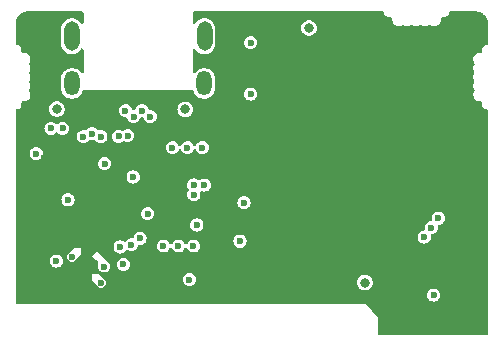
<source format=gbr>
%TF.GenerationSoftware,KiCad,Pcbnew,7.0.10*%
%TF.CreationDate,2024-04-07T01:49:58-04:00*%
%TF.ProjectId,pixie-rev-4,70697869-652d-4726-9576-2d342e6b6963,rev?*%
%TF.SameCoordinates,Original*%
%TF.FileFunction,Copper,L2,Inr*%
%TF.FilePolarity,Positive*%
%FSLAX46Y46*%
G04 Gerber Fmt 4.6, Leading zero omitted, Abs format (unit mm)*
G04 Created by KiCad (PCBNEW 7.0.10) date 2024-04-07 01:49:58*
%MOMM*%
%LPD*%
G01*
G04 APERTURE LIST*
%TA.AperFunction,ComponentPad*%
%ADD10O,1.300000X2.100000*%
%TD*%
%TA.AperFunction,ComponentPad*%
%ADD11O,1.300000X2.500000*%
%TD*%
%TA.AperFunction,ComponentPad*%
%ADD12R,0.900000X0.500000*%
%TD*%
%TA.AperFunction,ViaPad*%
%ADD13C,0.600000*%
%TD*%
%TA.AperFunction,ViaPad*%
%ADD14C,0.808000*%
%TD*%
G04 APERTURE END LIST*
D10*
%TO.N,unconnected-(J1-SHEILD-PadS1)*%
%TO.C,J1*%
X115980000Y-76100000D03*
D11*
%TO.N,unconnected-(J1-SHEILD-PadS2)*%
X116000000Y-72100000D03*
D10*
%TO.N,unconnected-(J1-SHEILD-PadS3)*%
X104780000Y-76100000D03*
D11*
%TO.N,unconnected-(J1-SHEILD-PadS4)*%
X104760000Y-72100000D03*
%TD*%
D12*
%TO.N,GND*%
%TO.C,AE1*%
X101500000Y-94550000D03*
%TD*%
D13*
%TO.N,GND*%
X105050000Y-82750000D03*
X105250000Y-91425000D03*
X101450000Y-83850000D03*
D14*
X128500000Y-72300000D03*
D13*
X114500000Y-94500000D03*
X100500000Y-92800000D03*
X102380498Y-78950000D03*
X116525500Y-90550000D03*
X120500000Y-79200000D03*
X100500000Y-89400000D03*
X117650000Y-90800000D03*
X100500000Y-87700000D03*
X104650000Y-83500000D03*
X132050000Y-88500000D03*
X100500000Y-80900000D03*
X106700000Y-91325000D03*
X105600000Y-94500000D03*
X115600000Y-94500000D03*
X108325000Y-87825000D03*
X139500000Y-96500000D03*
X102300000Y-93700000D03*
X113410000Y-80700000D03*
X138299999Y-70500000D03*
X107300000Y-85050000D03*
X102350000Y-83950000D03*
X139500000Y-83000000D03*
X100500000Y-91100000D03*
X120850000Y-83350000D03*
X106400000Y-77280000D03*
X102800000Y-89500000D03*
X131700000Y-92800000D03*
X111220000Y-90280000D03*
X110075000Y-94500000D03*
X113400000Y-94500000D03*
X118800000Y-83900000D03*
X101800000Y-89500000D03*
X104360000Y-91560000D03*
X101275000Y-88700000D03*
X108650000Y-92150000D03*
X118900000Y-87350000D03*
X100500000Y-93700000D03*
X104525000Y-92625000D03*
X103600000Y-92900000D03*
X105225000Y-92150000D03*
X102900000Y-84800000D03*
X139500000Y-94000000D03*
X106400000Y-86975000D03*
X118750000Y-82300000D03*
X100500000Y-86000000D03*
X128000000Y-78450000D03*
X116700000Y-94500000D03*
X102435500Y-81400000D03*
X128250000Y-83300000D03*
X104500000Y-94500000D03*
X100518219Y-94527124D03*
X107825000Y-92400000D03*
X108900000Y-94500000D03*
X107240000Y-92960000D03*
X102410355Y-82405576D03*
X108057133Y-89914906D03*
X104850000Y-81150000D03*
X105400000Y-83950000D03*
X104750000Y-81950000D03*
X125150000Y-90450000D03*
X103600000Y-85150000D03*
X111200000Y-93500000D03*
X126400000Y-94500000D03*
X130650000Y-72450000D03*
X105950000Y-93900000D03*
X103000000Y-93600000D03*
X100500000Y-84300000D03*
X107300000Y-85925000D03*
X124150000Y-75050000D03*
X102500000Y-90700000D03*
X120600000Y-70500000D03*
X104800000Y-74200000D03*
X107275000Y-86950000D03*
X106700000Y-94500000D03*
X116450000Y-79750000D03*
X108700000Y-93300000D03*
X139500000Y-72400000D03*
X125900000Y-70500000D03*
D14*
X118400000Y-71400000D03*
D13*
X130500000Y-82000000D03*
X111200000Y-94500000D03*
X124900000Y-83500000D03*
X127250000Y-86500000D03*
X101400000Y-93700000D03*
X109175000Y-85925000D03*
X120800000Y-91550000D03*
X114730000Y-80330000D03*
X102380498Y-80450000D03*
X115100000Y-87025000D03*
X100500000Y-70700000D03*
X105300000Y-89500000D03*
X135550000Y-92050000D03*
X129300000Y-91300000D03*
X107500000Y-91600000D03*
X124550000Y-79350000D03*
X119900000Y-94500000D03*
X118500000Y-92200000D03*
X111850000Y-84025000D03*
X109900000Y-92700000D03*
X123000000Y-91400000D03*
X139500000Y-90000000D03*
X102600000Y-94429978D03*
X103400000Y-70500000D03*
X108300000Y-85925000D03*
X116600000Y-77500000D03*
X106400000Y-85925000D03*
X112600000Y-87025000D03*
X132050000Y-95500000D03*
X111274204Y-81816717D03*
X130500000Y-74500000D03*
X104760000Y-90780000D03*
X116650000Y-81250000D03*
X124800000Y-88400000D03*
X109175000Y-86950000D03*
D14*
X126350000Y-92950000D03*
D13*
X103500000Y-88800000D03*
X121900000Y-73100000D03*
X115650000Y-79200000D03*
X104100000Y-82800000D03*
X123200000Y-86300000D03*
X120900000Y-87400000D03*
X112300000Y-94500000D03*
X116100000Y-93800000D03*
X105100000Y-79850000D03*
X105050000Y-94100000D03*
X103500000Y-81500000D03*
X106550000Y-93425000D03*
X117100000Y-74000000D03*
X113900000Y-87025000D03*
X114380000Y-77280000D03*
X108300000Y-85050000D03*
X105300000Y-88870000D03*
X119300000Y-75300000D03*
X130100000Y-70500000D03*
X113500000Y-84025000D03*
X116550000Y-86300000D03*
X107800000Y-94500000D03*
X128250000Y-88200000D03*
X139500000Y-87000000D03*
X108300000Y-86975000D03*
X103700000Y-86100000D03*
X139500000Y-80000000D03*
%TO.N,/SW_4*%
X135400000Y-94000000D03*
X108859122Y-89940878D03*
D14*
%TO.N,/PIXEL*%
X124850000Y-71400000D03*
D13*
X115100000Y-84700000D03*
%TO.N,/SW_3*%
X119000000Y-89450000D03*
X134600000Y-89100000D03*
D14*
%TO.N,5V*%
X129580000Y-92950000D03*
X103500000Y-78270000D03*
X114375000Y-78300000D03*
D13*
%TO.N,3V3*%
X111179617Y-87124045D03*
X109960000Y-84020000D03*
X109125000Y-91425000D03*
X110545000Y-89200000D03*
X103450000Y-91125000D03*
%TO.N,/MCU/CHIP_PU*%
X114720000Y-92700000D03*
X109800000Y-89750000D03*
%TO.N,/Power/USB_D+*%
X110700000Y-78400000D03*
X109300000Y-78400000D03*
X103000000Y-79900000D03*
%TO.N,/Power/USB_D-*%
X110000000Y-78900000D03*
X111400000Y-78900000D03*
X104000000Y-79900000D03*
%TO.N,/MCU/DISP_DC*%
X119350000Y-86200000D03*
X115350000Y-88083128D03*
%TO.N,/MCU/FLASH_CS0*%
X112515500Y-89850000D03*
X107550000Y-82875000D03*
%TO.N,/MCU/FLASH_IO0*%
X106475000Y-80340000D03*
X115805000Y-81530000D03*
%TO.N,/MCU/FLASH_IO2*%
X108720000Y-80580000D03*
X115055500Y-89850000D03*
%TO.N,/MCU/FLASH_CLK*%
X114550000Y-81525000D03*
X107225000Y-80610000D03*
%TO.N,/MCU/FLASH_IO1*%
X113785500Y-89850000D03*
X105730000Y-80610000D03*
%TO.N,/MCU/FLASH_IO3*%
X109480000Y-80521770D03*
X113275000Y-81540000D03*
%TO.N,Net-(J2-LEDK)*%
X119900000Y-72650000D03*
X119900000Y-77000000D03*
%TO.N,Net-(U4-U0TXD{slash}GPIO21)*%
X101750000Y-82050000D03*
X104450000Y-85950000D03*
%TO.N,/MCU/SW_1*%
X135800000Y-87500000D03*
X115975000Y-84700000D03*
%TO.N,/MCU/SW_2*%
X135200000Y-88300000D03*
X115100000Y-85500000D03*
%TD*%
%TA.AperFunction,Conductor*%
%TO.N,GND*%
G36*
X105701621Y-70020502D02*
G01*
X105748114Y-70074158D01*
X105759500Y-70126500D01*
X105759500Y-70951947D01*
X105739498Y-71020068D01*
X105685842Y-71066561D01*
X105615568Y-71076665D01*
X105550988Y-71047171D01*
X105524381Y-71014948D01*
X105518925Y-71005498D01*
X105495786Y-70965420D01*
X105368562Y-70824123D01*
X105252862Y-70740062D01*
X105214741Y-70712365D01*
X105041045Y-70635031D01*
X104855067Y-70595500D01*
X104664933Y-70595500D01*
X104478954Y-70635031D01*
X104305258Y-70712365D01*
X104151438Y-70824122D01*
X104024215Y-70965418D01*
X104024214Y-70965420D01*
X104001075Y-71005498D01*
X103929148Y-71130077D01*
X103870391Y-71310908D01*
X103855500Y-71452593D01*
X103855500Y-72747406D01*
X103870391Y-72889091D01*
X103929148Y-73069922D01*
X103941885Y-73091982D01*
X104024214Y-73234580D01*
X104151438Y-73375877D01*
X104305259Y-73487635D01*
X104478955Y-73564969D01*
X104664933Y-73604500D01*
X104855067Y-73604500D01*
X105041045Y-73564969D01*
X105214741Y-73487635D01*
X105368562Y-73375877D01*
X105495786Y-73234580D01*
X105524381Y-73185051D01*
X105575764Y-73136059D01*
X105645477Y-73122623D01*
X105711388Y-73149009D01*
X105752570Y-73206842D01*
X105759500Y-73248052D01*
X105759500Y-75117306D01*
X105739498Y-75185427D01*
X105685842Y-75231920D01*
X105615568Y-75242024D01*
X105550988Y-75212530D01*
X105524382Y-75180309D01*
X105515786Y-75165420D01*
X105388562Y-75024123D01*
X105336207Y-74986085D01*
X105234741Y-74912365D01*
X105061045Y-74835031D01*
X104875067Y-74795500D01*
X104684933Y-74795500D01*
X104498954Y-74835031D01*
X104325258Y-74912365D01*
X104171438Y-75024122D01*
X104044215Y-75165418D01*
X104044214Y-75165420D01*
X104035618Y-75180309D01*
X103949148Y-75330077D01*
X103890391Y-75510908D01*
X103875500Y-75652593D01*
X103875500Y-76547406D01*
X103890391Y-76689091D01*
X103910552Y-76751139D01*
X103949147Y-76869920D01*
X104044214Y-77034580D01*
X104171438Y-77175877D01*
X104325259Y-77287635D01*
X104498955Y-77364969D01*
X104684933Y-77404500D01*
X104875067Y-77404500D01*
X105061045Y-77364969D01*
X105234741Y-77287635D01*
X105388562Y-77175877D01*
X105515786Y-77034580D01*
X105610853Y-76869920D01*
X105653848Y-76737594D01*
X105693922Y-76678989D01*
X105737176Y-76660709D01*
X105736924Y-76660098D01*
X105736982Y-76660074D01*
X105740186Y-76659437D01*
X105759318Y-76651352D01*
X105773604Y-76650531D01*
X105785023Y-76650524D01*
X105785023Y-76650526D01*
X105785158Y-76650500D01*
X114974842Y-76650500D01*
X114974976Y-76650526D01*
X114974977Y-76650524D01*
X114986395Y-76650531D01*
X115010095Y-76657505D01*
X115023018Y-76660074D01*
X115023076Y-76660098D01*
X115022623Y-76661192D01*
X115054504Y-76670575D01*
X115100964Y-76724259D01*
X115106151Y-76737594D01*
X115110552Y-76751139D01*
X115149147Y-76869920D01*
X115244214Y-77034580D01*
X115371438Y-77175877D01*
X115525259Y-77287635D01*
X115698955Y-77364969D01*
X115884933Y-77404500D01*
X116075067Y-77404500D01*
X116261045Y-77364969D01*
X116434741Y-77287635D01*
X116588562Y-77175877D01*
X116715786Y-77034580D01*
X116735751Y-77000000D01*
X119340715Y-77000000D01*
X119359771Y-77144752D01*
X119415644Y-77279641D01*
X119415649Y-77279649D01*
X119504525Y-77395474D01*
X119616042Y-77481044D01*
X119620357Y-77484355D01*
X119755246Y-77540228D01*
X119900000Y-77559285D01*
X120044754Y-77540228D01*
X120179643Y-77484355D01*
X120295474Y-77395474D01*
X120384355Y-77279643D01*
X120440228Y-77144754D01*
X120459285Y-77000000D01*
X120440228Y-76855246D01*
X120384355Y-76720358D01*
X120295474Y-76604526D01*
X120295472Y-76604524D01*
X120295471Y-76604523D01*
X120179649Y-76515649D01*
X120179641Y-76515644D01*
X120044752Y-76459771D01*
X119900000Y-76440715D01*
X119755247Y-76459771D01*
X119691721Y-76486085D01*
X119620358Y-76515645D01*
X119620357Y-76515646D01*
X119620356Y-76515646D01*
X119504526Y-76604526D01*
X119415646Y-76720356D01*
X119415645Y-76720358D01*
X119402895Y-76751139D01*
X119359771Y-76855247D01*
X119340715Y-76999999D01*
X119340715Y-77000000D01*
X116735751Y-77000000D01*
X116810853Y-76869920D01*
X116869608Y-76689092D01*
X116884500Y-76547401D01*
X116884500Y-75652599D01*
X116869608Y-75510908D01*
X116810853Y-75330080D01*
X116715786Y-75165420D01*
X116588562Y-75024123D01*
X116536207Y-74986085D01*
X116434741Y-74912365D01*
X116261045Y-74835031D01*
X116075067Y-74795500D01*
X115884933Y-74795500D01*
X115698954Y-74835031D01*
X115525258Y-74912365D01*
X115371438Y-75024122D01*
X115244215Y-75165418D01*
X115244214Y-75165420D01*
X115235618Y-75180309D01*
X115184234Y-75229301D01*
X115114520Y-75242735D01*
X115048609Y-75216347D01*
X115007429Y-75158514D01*
X115000500Y-75117306D01*
X115000500Y-73248052D01*
X115020502Y-73179931D01*
X115074158Y-73133438D01*
X115144432Y-73123334D01*
X115209012Y-73152828D01*
X115235618Y-73185051D01*
X115264214Y-73234580D01*
X115391438Y-73375877D01*
X115545259Y-73487635D01*
X115718955Y-73564969D01*
X115904933Y-73604500D01*
X116095067Y-73604500D01*
X116281045Y-73564969D01*
X116454741Y-73487635D01*
X116608562Y-73375877D01*
X116735786Y-73234580D01*
X116830853Y-73069920D01*
X116889608Y-72889092D01*
X116904500Y-72747401D01*
X116904500Y-72650000D01*
X119340715Y-72650000D01*
X119359771Y-72794752D01*
X119415644Y-72929641D01*
X119415649Y-72929649D01*
X119504525Y-73045474D01*
X119620350Y-73134350D01*
X119620357Y-73134355D01*
X119755246Y-73190228D01*
X119900000Y-73209285D01*
X120044754Y-73190228D01*
X120179643Y-73134355D01*
X120295474Y-73045474D01*
X120384355Y-72929643D01*
X120440228Y-72794754D01*
X120459285Y-72650000D01*
X120440228Y-72505246D01*
X120384355Y-72370358D01*
X120295474Y-72254526D01*
X120295472Y-72254524D01*
X120295471Y-72254523D01*
X120179649Y-72165649D01*
X120179641Y-72165644D01*
X120044752Y-72109771D01*
X119900000Y-72090715D01*
X119755247Y-72109771D01*
X119687802Y-72137708D01*
X119620358Y-72165645D01*
X119620357Y-72165646D01*
X119620356Y-72165646D01*
X119504526Y-72254526D01*
X119415646Y-72370356D01*
X119415645Y-72370358D01*
X119387708Y-72437802D01*
X119359771Y-72505247D01*
X119340715Y-72649999D01*
X119340715Y-72650000D01*
X116904500Y-72650000D01*
X116904500Y-71452599D01*
X116898972Y-71400002D01*
X124186664Y-71400002D01*
X124205937Y-71558742D01*
X124205938Y-71558746D01*
X124262644Y-71708265D01*
X124262647Y-71708271D01*
X124353484Y-71839871D01*
X124353485Y-71839872D01*
X124353486Y-71839873D01*
X124473182Y-71945915D01*
X124614778Y-72020230D01*
X124770044Y-72058500D01*
X124770045Y-72058500D01*
X124929955Y-72058500D01*
X124929956Y-72058500D01*
X125085222Y-72020230D01*
X125226818Y-71945915D01*
X125346514Y-71839873D01*
X125437355Y-71708268D01*
X125494061Y-71558747D01*
X125506950Y-71452599D01*
X125513336Y-71400002D01*
X125513336Y-71399997D01*
X125494062Y-71241257D01*
X125494061Y-71241253D01*
X125468851Y-71174780D01*
X125437355Y-71091732D01*
X125387889Y-71020068D01*
X125346515Y-70960128D01*
X125226817Y-70854084D01*
X125226813Y-70854082D01*
X125085220Y-70779769D01*
X124929957Y-70741500D01*
X124929956Y-70741500D01*
X124770044Y-70741500D01*
X124770042Y-70741500D01*
X124614779Y-70779769D01*
X124473186Y-70854082D01*
X124473182Y-70854084D01*
X124353484Y-70960128D01*
X124262647Y-71091728D01*
X124262644Y-71091734D01*
X124205938Y-71241253D01*
X124205937Y-71241257D01*
X124186664Y-71399997D01*
X124186664Y-71400002D01*
X116898972Y-71400002D01*
X116889608Y-71310908D01*
X116830853Y-71130080D01*
X116735786Y-70965420D01*
X116608562Y-70824123D01*
X116492862Y-70740062D01*
X116454741Y-70712365D01*
X116281045Y-70635031D01*
X116095067Y-70595500D01*
X115904933Y-70595500D01*
X115718954Y-70635031D01*
X115545258Y-70712365D01*
X115391438Y-70824122D01*
X115264215Y-70965418D01*
X115264214Y-70965419D01*
X115235619Y-71014948D01*
X115184235Y-71063941D01*
X115114522Y-71077376D01*
X115048611Y-71050989D01*
X115007430Y-70993156D01*
X115000500Y-70951947D01*
X115000500Y-70126500D01*
X115020502Y-70058379D01*
X115074158Y-70011886D01*
X115126500Y-70000500D01*
X131085295Y-70000500D01*
X131153416Y-70020502D01*
X131199909Y-70074158D01*
X131207000Y-70093885D01*
X131222942Y-70153378D01*
X131233607Y-70193183D01*
X131233610Y-70193190D01*
X131299497Y-70307310D01*
X131299505Y-70307320D01*
X131392679Y-70400494D01*
X131392684Y-70400498D01*
X131392686Y-70400500D01*
X131392687Y-70400501D01*
X131392689Y-70400502D01*
X131433294Y-70423945D01*
X131506814Y-70466392D01*
X131634108Y-70500500D01*
X131634110Y-70500500D01*
X131774150Y-70500500D01*
X131774150Y-70503335D01*
X131830649Y-70512134D01*
X131883758Y-70559251D01*
X131902962Y-70627601D01*
X131902677Y-70634726D01*
X131897367Y-70712365D01*
X131895619Y-70737921D01*
X131926408Y-70886085D01*
X131926409Y-70886088D01*
X131996028Y-71020445D01*
X131996030Y-71020448D01*
X132050975Y-71079280D01*
X132099320Y-71131044D01*
X132171239Y-71174779D01*
X132228618Y-71209672D01*
X132374333Y-71250500D01*
X132374335Y-71250500D01*
X132487658Y-71250500D01*
X132487671Y-71250499D01*
X132599915Y-71235071D01*
X132599916Y-71235070D01*
X132599920Y-71235070D01*
X132738720Y-71174780D01*
X132747797Y-71167395D01*
X132813259Y-71139919D01*
X132883186Y-71152196D01*
X132892784Y-71157475D01*
X132978618Y-71209672D01*
X133124333Y-71250500D01*
X133124335Y-71250500D01*
X133237658Y-71250500D01*
X133237671Y-71250499D01*
X133349915Y-71235071D01*
X133349916Y-71235070D01*
X133349920Y-71235070D01*
X133488720Y-71174780D01*
X133497797Y-71167395D01*
X133563259Y-71139919D01*
X133633186Y-71152196D01*
X133642784Y-71157475D01*
X133728618Y-71209672D01*
X133874333Y-71250500D01*
X133874335Y-71250500D01*
X133987658Y-71250500D01*
X133987671Y-71250499D01*
X134099915Y-71235071D01*
X134099916Y-71235070D01*
X134099920Y-71235070D01*
X134238720Y-71174780D01*
X134247797Y-71167395D01*
X134313259Y-71139919D01*
X134383186Y-71152196D01*
X134392784Y-71157475D01*
X134478618Y-71209672D01*
X134624333Y-71250500D01*
X134624335Y-71250500D01*
X134737658Y-71250500D01*
X134737671Y-71250499D01*
X134849915Y-71235071D01*
X134849916Y-71235070D01*
X134849920Y-71235070D01*
X134988720Y-71174780D01*
X134997797Y-71167395D01*
X135063259Y-71139919D01*
X135133186Y-71152196D01*
X135142784Y-71157475D01*
X135228618Y-71209672D01*
X135374333Y-71250500D01*
X135374335Y-71250500D01*
X135487658Y-71250500D01*
X135487671Y-71250499D01*
X135599915Y-71235071D01*
X135599916Y-71235070D01*
X135599920Y-71235070D01*
X135738720Y-71174780D01*
X135738721Y-71174778D01*
X135738723Y-71174778D01*
X135738725Y-71174776D01*
X135759991Y-71157475D01*
X135856108Y-71079278D01*
X135943377Y-70955647D01*
X135994054Y-70813056D01*
X136004381Y-70662079D01*
X136002310Y-70652112D01*
X136008033Y-70581347D01*
X136051107Y-70524910D01*
X136117855Y-70500719D01*
X136125850Y-70501012D01*
X136125850Y-70500500D01*
X136265890Y-70500500D01*
X136265892Y-70500500D01*
X136393186Y-70466392D01*
X136507314Y-70400500D01*
X136600500Y-70307314D01*
X136666392Y-70193186D01*
X136692998Y-70093888D01*
X136729950Y-70033266D01*
X136793810Y-70002245D01*
X136814705Y-70000500D01*
X138994493Y-70000500D01*
X139005474Y-70000979D01*
X139013300Y-70001663D01*
X139044887Y-70004427D01*
X139046124Y-70004542D01*
X139171603Y-70016901D01*
X139191847Y-70020584D01*
X139256419Y-70037886D01*
X139260252Y-70038981D01*
X139351432Y-70066640D01*
X139368092Y-70073014D01*
X139426329Y-70100171D01*
X139433794Y-70103652D01*
X139439939Y-70106724D01*
X139518940Y-70148951D01*
X139531812Y-70156858D01*
X139543337Y-70164928D01*
X139592829Y-70199583D01*
X139600491Y-70205396D01*
X139668383Y-70261113D01*
X139677545Y-70269418D01*
X139730580Y-70322453D01*
X139738885Y-70331615D01*
X139794602Y-70399507D01*
X139800415Y-70407169D01*
X139843138Y-70468183D01*
X139851047Y-70481058D01*
X139893274Y-70560059D01*
X139896346Y-70566204D01*
X139926982Y-70631902D01*
X139933362Y-70648577D01*
X139960996Y-70739674D01*
X139962129Y-70743640D01*
X139979412Y-70808144D01*
X139983098Y-70828404D01*
X139995456Y-70953874D01*
X139995583Y-70955239D01*
X139999020Y-70994513D01*
X139999500Y-71005498D01*
X139999500Y-72686260D01*
X139979498Y-72754381D01*
X139925842Y-72800874D01*
X139901540Y-72809100D01*
X139833655Y-72824595D01*
X139833650Y-72824596D01*
X139833649Y-72824597D01*
X139833647Y-72824597D01*
X139833644Y-72824599D01*
X139732037Y-72873530D01*
X139732035Y-72873531D01*
X139643854Y-72943854D01*
X139573531Y-73032035D01*
X139573530Y-73032037D01*
X139524599Y-73133644D01*
X139524597Y-73133649D01*
X139499500Y-73243605D01*
X139499500Y-73356394D01*
X139499838Y-73359395D01*
X139499500Y-73361324D01*
X139499500Y-73363469D01*
X139499124Y-73363469D01*
X139487587Y-73429327D01*
X139439473Y-73481534D01*
X139374630Y-73499500D01*
X139262328Y-73499500D01*
X139150084Y-73514928D01*
X139011276Y-73575221D01*
X139011274Y-73575223D01*
X138893894Y-73670719D01*
X138893891Y-73670722D01*
X138806623Y-73794351D01*
X138806621Y-73794356D01*
X138755946Y-73936942D01*
X138755945Y-73936948D01*
X138745619Y-74087918D01*
X138745619Y-74087921D01*
X138761233Y-74163057D01*
X138776409Y-74236088D01*
X138846061Y-74370509D01*
X138859642Y-74440195D01*
X138837127Y-74501139D01*
X138806621Y-74544356D01*
X138755946Y-74686942D01*
X138755945Y-74686948D01*
X138745817Y-74835031D01*
X138745619Y-74837921D01*
X138761233Y-74913057D01*
X138776409Y-74986088D01*
X138846061Y-75120509D01*
X138859642Y-75190195D01*
X138837127Y-75251139D01*
X138806621Y-75294356D01*
X138755946Y-75436942D01*
X138755945Y-75436948D01*
X138745619Y-75587919D01*
X138745619Y-75587921D01*
X138761233Y-75663057D01*
X138776409Y-75736088D01*
X138846061Y-75870509D01*
X138859642Y-75940195D01*
X138837127Y-76001139D01*
X138806621Y-76044356D01*
X138755946Y-76186942D01*
X138755945Y-76186948D01*
X138745619Y-76337919D01*
X138745619Y-76337921D01*
X138761233Y-76413057D01*
X138776409Y-76486088D01*
X138846061Y-76620509D01*
X138859642Y-76690195D01*
X138837127Y-76751139D01*
X138806621Y-76794356D01*
X138755946Y-76936942D01*
X138755945Y-76936948D01*
X138745619Y-77087918D01*
X138745619Y-77087921D01*
X138776408Y-77236085D01*
X138776409Y-77236088D01*
X138846028Y-77370445D01*
X138846030Y-77370448D01*
X138900975Y-77429280D01*
X138949320Y-77481044D01*
X139021241Y-77524780D01*
X139078618Y-77559672D01*
X139224333Y-77600500D01*
X139224335Y-77600500D01*
X139337658Y-77600500D01*
X139337668Y-77600499D01*
X139357917Y-77597716D01*
X139428127Y-77608255D01*
X139481493Y-77655080D01*
X139501073Y-77723323D01*
X139500284Y-77736639D01*
X139499500Y-77743602D01*
X139499500Y-77856394D01*
X139524597Y-77966350D01*
X139524599Y-77966355D01*
X139573530Y-78067962D01*
X139573531Y-78067964D01*
X139573532Y-78067965D01*
X139573533Y-78067967D01*
X139643854Y-78156146D01*
X139732033Y-78226467D01*
X139833649Y-78275403D01*
X139901538Y-78290898D01*
X139963500Y-78325557D01*
X139996887Y-78388214D01*
X139999500Y-78413739D01*
X139999500Y-97274310D01*
X139979498Y-97342431D01*
X139925842Y-97388924D01*
X139873695Y-97400310D01*
X133620230Y-97409999D01*
X133619604Y-97409998D01*
X130825569Y-97400430D01*
X130757517Y-97380195D01*
X130711208Y-97326380D01*
X130700000Y-97274431D01*
X130700000Y-95950000D01*
X130699999Y-95949999D01*
X129650001Y-94800000D01*
X129650000Y-94800000D01*
X100126500Y-94800000D01*
X100058379Y-94779998D01*
X100011886Y-94726342D01*
X100000500Y-94674000D01*
X100000500Y-94000000D01*
X134840715Y-94000000D01*
X134859771Y-94144752D01*
X134915644Y-94279641D01*
X134915649Y-94279649D01*
X135004525Y-94395474D01*
X135120350Y-94484350D01*
X135120357Y-94484355D01*
X135255246Y-94540228D01*
X135400000Y-94559285D01*
X135544754Y-94540228D01*
X135679643Y-94484355D01*
X135795474Y-94395474D01*
X135884355Y-94279643D01*
X135940228Y-94144754D01*
X135959285Y-94000000D01*
X135940228Y-93855246D01*
X135884355Y-93720358D01*
X135795474Y-93604526D01*
X135795472Y-93604524D01*
X135795471Y-93604523D01*
X135679649Y-93515649D01*
X135679641Y-93515644D01*
X135544752Y-93459771D01*
X135400000Y-93440715D01*
X135255247Y-93459771D01*
X135187802Y-93487708D01*
X135120358Y-93515645D01*
X135120357Y-93515646D01*
X135120356Y-93515646D01*
X135004526Y-93604526D01*
X134915646Y-93720356D01*
X134915645Y-93720358D01*
X134887708Y-93787802D01*
X134859771Y-93855247D01*
X134840715Y-93999999D01*
X134840715Y-94000000D01*
X100000500Y-94000000D01*
X100000500Y-92200000D01*
X106440000Y-92200000D01*
X106450000Y-92750000D01*
X107130000Y-93390000D01*
X107380000Y-93390000D01*
X107640000Y-93110000D01*
X107640000Y-92820000D01*
X107573386Y-92749999D01*
X107525807Y-92700000D01*
X114160715Y-92700000D01*
X114179771Y-92844752D01*
X114235644Y-92979641D01*
X114235649Y-92979649D01*
X114324525Y-93095474D01*
X114343456Y-93110000D01*
X114440357Y-93184355D01*
X114575246Y-93240228D01*
X114720000Y-93259285D01*
X114864754Y-93240228D01*
X114999643Y-93184355D01*
X115115474Y-93095474D01*
X115204355Y-92979643D01*
X115216633Y-92950002D01*
X128916664Y-92950002D01*
X128935937Y-93108742D01*
X128935938Y-93108746D01*
X128992644Y-93258265D01*
X128992647Y-93258271D01*
X129083484Y-93389871D01*
X129083485Y-93389872D01*
X129083486Y-93389873D01*
X129203182Y-93495915D01*
X129344778Y-93570230D01*
X129500044Y-93608500D01*
X129500045Y-93608500D01*
X129659955Y-93608500D01*
X129659956Y-93608500D01*
X129815222Y-93570230D01*
X129956818Y-93495915D01*
X130076514Y-93389873D01*
X130167355Y-93258268D01*
X130224061Y-93108747D01*
X130243336Y-92950000D01*
X130243336Y-92949997D01*
X130224062Y-92791257D01*
X130224061Y-92791253D01*
X130189453Y-92700000D01*
X130167355Y-92641732D01*
X130076514Y-92510127D01*
X129956818Y-92404085D01*
X129956817Y-92404084D01*
X129956813Y-92404082D01*
X129815220Y-92329769D01*
X129659957Y-92291500D01*
X129659956Y-92291500D01*
X129500044Y-92291500D01*
X129500042Y-92291500D01*
X129344779Y-92329769D01*
X129203186Y-92404082D01*
X129203182Y-92404084D01*
X129083484Y-92510128D01*
X128992647Y-92641728D01*
X128992644Y-92641734D01*
X128935938Y-92791253D01*
X128935937Y-92791257D01*
X128916664Y-92949997D01*
X128916664Y-92950002D01*
X115216633Y-92950002D01*
X115260228Y-92844754D01*
X115279285Y-92700000D01*
X115260228Y-92555246D01*
X115204355Y-92420358D01*
X115115474Y-92304526D01*
X115115472Y-92304524D01*
X115115471Y-92304523D01*
X114999649Y-92215649D01*
X114999641Y-92215644D01*
X114864752Y-92159771D01*
X114720000Y-92140715D01*
X114575247Y-92159771D01*
X114507802Y-92187708D01*
X114440358Y-92215645D01*
X114440357Y-92215646D01*
X114440356Y-92215646D01*
X114324526Y-92304526D01*
X114235646Y-92420356D01*
X114235645Y-92420358D01*
X114207708Y-92487802D01*
X114179771Y-92555247D01*
X114160715Y-92699999D01*
X114160715Y-92700000D01*
X107525807Y-92700000D01*
X107050002Y-92200000D01*
X107050000Y-92200000D01*
X106440000Y-92200000D01*
X100000500Y-92200000D01*
X100000500Y-91125000D01*
X102890715Y-91125000D01*
X102909771Y-91269752D01*
X102965644Y-91404641D01*
X102965649Y-91404649D01*
X103054525Y-91520474D01*
X103118748Y-91569754D01*
X103170357Y-91609355D01*
X103305246Y-91665228D01*
X103450000Y-91684285D01*
X103594754Y-91665228D01*
X103729643Y-91609355D01*
X103845474Y-91520474D01*
X103934355Y-91404643D01*
X103990228Y-91269754D01*
X104009285Y-91125000D01*
X104004815Y-91091050D01*
X103990228Y-90980247D01*
X103990228Y-90980246D01*
X103961131Y-90910000D01*
X104370000Y-90910000D01*
X104630000Y-91190000D01*
X104880000Y-91190000D01*
X105414689Y-90686763D01*
X106488235Y-90686763D01*
X106964449Y-91177792D01*
X106997516Y-91240618D01*
X107000000Y-91265513D01*
X107000000Y-91600006D01*
X107020252Y-91740859D01*
X107020254Y-91740866D01*
X107079373Y-91870320D01*
X107079374Y-91870321D01*
X107172570Y-91977875D01*
X107183694Y-91985024D01*
X107186928Y-91988756D01*
X107190668Y-91989668D01*
X107195662Y-91992715D01*
X107292292Y-92054816D01*
X107408551Y-92088952D01*
X107428839Y-92094910D01*
X107428840Y-92094910D01*
X107428843Y-92094911D01*
X107428846Y-92094911D01*
X107571154Y-92094911D01*
X107571157Y-92094911D01*
X107707708Y-92054816D01*
X107827430Y-91977875D01*
X107920627Y-91870320D01*
X107979746Y-91740866D01*
X107984955Y-91704641D01*
X108000000Y-91600003D01*
X108000000Y-91599996D01*
X107979747Y-91459140D01*
X107979746Y-91459139D01*
X107979746Y-91459134D01*
X107967011Y-91431250D01*
X107966113Y-91425000D01*
X108565715Y-91425000D01*
X108584771Y-91569752D01*
X108640644Y-91704641D01*
X108640649Y-91704649D01*
X108729525Y-91820474D01*
X108794487Y-91870321D01*
X108845357Y-91909355D01*
X108980246Y-91965228D01*
X109125000Y-91984285D01*
X109269754Y-91965228D01*
X109404643Y-91909355D01*
X109520474Y-91820474D01*
X109609355Y-91704643D01*
X109665228Y-91569754D01*
X109684285Y-91425000D01*
X109665228Y-91280246D01*
X109609355Y-91145358D01*
X109520474Y-91029526D01*
X109520472Y-91029524D01*
X109520471Y-91029523D01*
X109404649Y-90940649D01*
X109404641Y-90940644D01*
X109269752Y-90884771D01*
X109125000Y-90865715D01*
X108980247Y-90884771D01*
X108919341Y-90910000D01*
X108845358Y-90940645D01*
X108845357Y-90940646D01*
X108845356Y-90940646D01*
X108729526Y-91029526D01*
X108640646Y-91145356D01*
X108640645Y-91145358D01*
X108616479Y-91203700D01*
X108584771Y-91280247D01*
X108565715Y-91424999D01*
X108565715Y-91425000D01*
X107966113Y-91425000D01*
X107960811Y-91388122D01*
X107941038Y-91364122D01*
X107923670Y-91336343D01*
X107920627Y-91329681D01*
X107920626Y-91329679D01*
X107827430Y-91222125D01*
X107823596Y-91218803D01*
X107808864Y-91203700D01*
X107716058Y-91091058D01*
X107716051Y-91091050D01*
X106912499Y-90262499D01*
X106488235Y-90686763D01*
X105414689Y-90686763D01*
X105560000Y-90550000D01*
X105570000Y-90000000D01*
X104960000Y-90000000D01*
X104959998Y-90000000D01*
X104370000Y-90619999D01*
X104370000Y-90620000D01*
X104370000Y-90910000D01*
X103961131Y-90910000D01*
X103934355Y-90845358D01*
X103845474Y-90729526D01*
X103845472Y-90729524D01*
X103845471Y-90729523D01*
X103729649Y-90640649D01*
X103729641Y-90640644D01*
X103594752Y-90584771D01*
X103450000Y-90565715D01*
X103305247Y-90584771D01*
X103237802Y-90612708D01*
X103170358Y-90640645D01*
X103170357Y-90640646D01*
X103170356Y-90640646D01*
X103054526Y-90729526D01*
X102965646Y-90845356D01*
X102965645Y-90845358D01*
X102949319Y-90884772D01*
X102909771Y-90980247D01*
X102890715Y-91124999D01*
X102890715Y-91125000D01*
X100000500Y-91125000D01*
X100000500Y-89940878D01*
X108299837Y-89940878D01*
X108318893Y-90085630D01*
X108374766Y-90220519D01*
X108374771Y-90220527D01*
X108463647Y-90336352D01*
X108558695Y-90409285D01*
X108579479Y-90425233D01*
X108714368Y-90481106D01*
X108859122Y-90500163D01*
X109003876Y-90481106D01*
X109138765Y-90425233D01*
X109254596Y-90336352D01*
X109275365Y-90309285D01*
X109325642Y-90243764D01*
X109382980Y-90201897D01*
X109453851Y-90197675D01*
X109502306Y-90220504D01*
X109520357Y-90234355D01*
X109655246Y-90290228D01*
X109800000Y-90309285D01*
X109944754Y-90290228D01*
X110079643Y-90234355D01*
X110195474Y-90145474D01*
X110284355Y-90029643D01*
X110340228Y-89894754D01*
X110344801Y-89860015D01*
X110349231Y-89850000D01*
X111956215Y-89850000D01*
X111975271Y-89994752D01*
X112031144Y-90129641D01*
X112031149Y-90129649D01*
X112120025Y-90245474D01*
X112203185Y-90309285D01*
X112235857Y-90334355D01*
X112370746Y-90390228D01*
X112515500Y-90409285D01*
X112660254Y-90390228D01*
X112795143Y-90334355D01*
X112910974Y-90245474D01*
X112999855Y-90129643D01*
X113034092Y-90046987D01*
X113078639Y-89991708D01*
X113146003Y-89969287D01*
X113214794Y-89986845D01*
X113263172Y-90038807D01*
X113266909Y-90046989D01*
X113301144Y-90129641D01*
X113301149Y-90129649D01*
X113390025Y-90245474D01*
X113473185Y-90309285D01*
X113505857Y-90334355D01*
X113640746Y-90390228D01*
X113785500Y-90409285D01*
X113930254Y-90390228D01*
X114065143Y-90334355D01*
X114180974Y-90245474D01*
X114269855Y-90129643D01*
X114304092Y-90046987D01*
X114348639Y-89991708D01*
X114416003Y-89969287D01*
X114484794Y-89986845D01*
X114533172Y-90038807D01*
X114536909Y-90046989D01*
X114571144Y-90129641D01*
X114571149Y-90129649D01*
X114660025Y-90245474D01*
X114743185Y-90309285D01*
X114775857Y-90334355D01*
X114910746Y-90390228D01*
X115055500Y-90409285D01*
X115200254Y-90390228D01*
X115335143Y-90334355D01*
X115450974Y-90245474D01*
X115539855Y-90129643D01*
X115595728Y-89994754D01*
X115614785Y-89850000D01*
X115595728Y-89705246D01*
X115539855Y-89570358D01*
X115450974Y-89454526D01*
X115450972Y-89454524D01*
X115450971Y-89454523D01*
X115445077Y-89450000D01*
X118440715Y-89450000D01*
X118459771Y-89594752D01*
X118515644Y-89729641D01*
X118515649Y-89729649D01*
X118604525Y-89845474D01*
X118668748Y-89894754D01*
X118720357Y-89934355D01*
X118855246Y-89990228D01*
X119000000Y-90009285D01*
X119144754Y-89990228D01*
X119279643Y-89934355D01*
X119395474Y-89845474D01*
X119484355Y-89729643D01*
X119540228Y-89594754D01*
X119559285Y-89450000D01*
X119540228Y-89305246D01*
X119484355Y-89170358D01*
X119430367Y-89100000D01*
X134040715Y-89100000D01*
X134059771Y-89244752D01*
X134115644Y-89379641D01*
X134115649Y-89379649D01*
X134204525Y-89495474D01*
X134320350Y-89584350D01*
X134320357Y-89584355D01*
X134455246Y-89640228D01*
X134600000Y-89659285D01*
X134744754Y-89640228D01*
X134879643Y-89584355D01*
X134995474Y-89495474D01*
X135084355Y-89379643D01*
X135140228Y-89244754D01*
X135159285Y-89100000D01*
X135145274Y-88993575D01*
X135156213Y-88923428D01*
X135203341Y-88870329D01*
X135253748Y-88852208D01*
X135344754Y-88840228D01*
X135479643Y-88784355D01*
X135595474Y-88695474D01*
X135684355Y-88579643D01*
X135740228Y-88444754D01*
X135759285Y-88300000D01*
X135745274Y-88193575D01*
X135756213Y-88123428D01*
X135803341Y-88070329D01*
X135853748Y-88052208D01*
X135944754Y-88040228D01*
X136079643Y-87984355D01*
X136195474Y-87895474D01*
X136284355Y-87779643D01*
X136340228Y-87644754D01*
X136359285Y-87500000D01*
X136340228Y-87355246D01*
X136284355Y-87220358D01*
X136195474Y-87104526D01*
X136195472Y-87104524D01*
X136195471Y-87104523D01*
X136079649Y-87015649D01*
X136079641Y-87015644D01*
X135944752Y-86959771D01*
X135800000Y-86940715D01*
X135655247Y-86959771D01*
X135608123Y-86979291D01*
X135520358Y-87015645D01*
X135520357Y-87015646D01*
X135520356Y-87015646D01*
X135404526Y-87104526D01*
X135315646Y-87220356D01*
X135315645Y-87220358D01*
X135295581Y-87268797D01*
X135259771Y-87355247D01*
X135240715Y-87499999D01*
X135240715Y-87500001D01*
X135254725Y-87606424D01*
X135243785Y-87676572D01*
X135196657Y-87729671D01*
X135146250Y-87747791D01*
X135055247Y-87759771D01*
X135007259Y-87779649D01*
X134920358Y-87815645D01*
X134920357Y-87815646D01*
X134920356Y-87815646D01*
X134804526Y-87904526D01*
X134715646Y-88020356D01*
X134715645Y-88020358D01*
X134705261Y-88045427D01*
X134659771Y-88155247D01*
X134640715Y-88299999D01*
X134640715Y-88300001D01*
X134654725Y-88406424D01*
X134643785Y-88476572D01*
X134596657Y-88529671D01*
X134546250Y-88547791D01*
X134455247Y-88559771D01*
X134407259Y-88579649D01*
X134320358Y-88615645D01*
X134320357Y-88615646D01*
X134320356Y-88615646D01*
X134204526Y-88704526D01*
X134115646Y-88820356D01*
X134115645Y-88820358D01*
X134105261Y-88845427D01*
X134059771Y-88955247D01*
X134040715Y-89099999D01*
X134040715Y-89100000D01*
X119430367Y-89100000D01*
X119395474Y-89054526D01*
X119395472Y-89054524D01*
X119395471Y-89054523D01*
X119279649Y-88965649D01*
X119279641Y-88965644D01*
X119144752Y-88909771D01*
X119000000Y-88890715D01*
X118855247Y-88909771D01*
X118787802Y-88937708D01*
X118720358Y-88965645D01*
X118720357Y-88965646D01*
X118720356Y-88965646D01*
X118604526Y-89054526D01*
X118515646Y-89170356D01*
X118515645Y-89170358D01*
X118499319Y-89209772D01*
X118459771Y-89305247D01*
X118440715Y-89449999D01*
X118440715Y-89450000D01*
X115445077Y-89450000D01*
X115335149Y-89365649D01*
X115335141Y-89365644D01*
X115200252Y-89309771D01*
X115055500Y-89290715D01*
X114910747Y-89309771D01*
X114843302Y-89337708D01*
X114775858Y-89365645D01*
X114775857Y-89365646D01*
X114775856Y-89365646D01*
X114660026Y-89454526D01*
X114571146Y-89570356D01*
X114571142Y-89570363D01*
X114536908Y-89653011D01*
X114492360Y-89708292D01*
X114424996Y-89730712D01*
X114356205Y-89713153D01*
X114307827Y-89661191D01*
X114304092Y-89653011D01*
X114269857Y-89570363D01*
X114269855Y-89570358D01*
X114180974Y-89454526D01*
X114180972Y-89454524D01*
X114180971Y-89454523D01*
X114065149Y-89365649D01*
X114065141Y-89365644D01*
X113930252Y-89309771D01*
X113785500Y-89290715D01*
X113640747Y-89309771D01*
X113573302Y-89337708D01*
X113505858Y-89365645D01*
X113505857Y-89365646D01*
X113505856Y-89365646D01*
X113390026Y-89454526D01*
X113301146Y-89570356D01*
X113301142Y-89570363D01*
X113266908Y-89653011D01*
X113222360Y-89708292D01*
X113154996Y-89730712D01*
X113086205Y-89713153D01*
X113037827Y-89661191D01*
X113034092Y-89653011D01*
X112999857Y-89570363D01*
X112999855Y-89570358D01*
X112910974Y-89454526D01*
X112910972Y-89454524D01*
X112910971Y-89454523D01*
X112795149Y-89365649D01*
X112795141Y-89365644D01*
X112660252Y-89309771D01*
X112515500Y-89290715D01*
X112370747Y-89309771D01*
X112303302Y-89337708D01*
X112235858Y-89365645D01*
X112235857Y-89365646D01*
X112235856Y-89365646D01*
X112120026Y-89454526D01*
X112031146Y-89570356D01*
X112031145Y-89570358D01*
X112021041Y-89594752D01*
X111975271Y-89705247D01*
X111956215Y-89849999D01*
X111956215Y-89850000D01*
X110349231Y-89850000D01*
X110373523Y-89795089D01*
X110432787Y-89755996D01*
X110486165Y-89751539D01*
X110545000Y-89759285D01*
X110689754Y-89740228D01*
X110824643Y-89684355D01*
X110940474Y-89595474D01*
X111029355Y-89479643D01*
X111085228Y-89344754D01*
X111104285Y-89200000D01*
X111100382Y-89170357D01*
X111091120Y-89099999D01*
X111085228Y-89055246D01*
X111029355Y-88920358D01*
X110940474Y-88804526D01*
X110940472Y-88804524D01*
X110940471Y-88804523D01*
X110824649Y-88715649D01*
X110824641Y-88715644D01*
X110689752Y-88659771D01*
X110545000Y-88640715D01*
X110400247Y-88659771D01*
X110332802Y-88687708D01*
X110265358Y-88715645D01*
X110265357Y-88715646D01*
X110265356Y-88715646D01*
X110149526Y-88804526D01*
X110060646Y-88920356D01*
X110060645Y-88920358D01*
X110004772Y-89055246D01*
X110004772Y-89055247D01*
X110000198Y-89089986D01*
X109971474Y-89154913D01*
X109912209Y-89194004D01*
X109858830Y-89198460D01*
X109800000Y-89190715D01*
X109655247Y-89209771D01*
X109610564Y-89228280D01*
X109520358Y-89265645D01*
X109520357Y-89265646D01*
X109520356Y-89265646D01*
X109404523Y-89354528D01*
X109333480Y-89447114D01*
X109276142Y-89488981D01*
X109205271Y-89493203D01*
X109156815Y-89470373D01*
X109138765Y-89456523D01*
X109123018Y-89450000D01*
X109003874Y-89400649D01*
X108859122Y-89381593D01*
X108714369Y-89400649D01*
X108646924Y-89428586D01*
X108579480Y-89456523D01*
X108579479Y-89456524D01*
X108579478Y-89456524D01*
X108463648Y-89545404D01*
X108374768Y-89661234D01*
X108374767Y-89661236D01*
X108365193Y-89684350D01*
X108318893Y-89796125D01*
X108299837Y-89940877D01*
X108299837Y-89940878D01*
X100000500Y-89940878D01*
X100000500Y-88083128D01*
X114790715Y-88083128D01*
X114809771Y-88227880D01*
X114865644Y-88362769D01*
X114865649Y-88362777D01*
X114954525Y-88478602D01*
X115070350Y-88567478D01*
X115070357Y-88567483D01*
X115205246Y-88623356D01*
X115350000Y-88642413D01*
X115494754Y-88623356D01*
X115629643Y-88567483D01*
X115745474Y-88478602D01*
X115834355Y-88362771D01*
X115890228Y-88227882D01*
X115909285Y-88083128D01*
X115890228Y-87938374D01*
X115834355Y-87803486D01*
X115745474Y-87687654D01*
X115745472Y-87687652D01*
X115745471Y-87687651D01*
X115629649Y-87598777D01*
X115629641Y-87598772D01*
X115494752Y-87542899D01*
X115350000Y-87523843D01*
X115205247Y-87542899D01*
X115137802Y-87570836D01*
X115070358Y-87598773D01*
X115070357Y-87598774D01*
X115070356Y-87598774D01*
X114954526Y-87687654D01*
X114865646Y-87803484D01*
X114865645Y-87803486D01*
X114837708Y-87870930D01*
X114809771Y-87938375D01*
X114790715Y-88083127D01*
X114790715Y-88083128D01*
X100000500Y-88083128D01*
X100000500Y-87124045D01*
X110620332Y-87124045D01*
X110639388Y-87268797D01*
X110695261Y-87403686D01*
X110695266Y-87403694D01*
X110784142Y-87519519D01*
X110899967Y-87608395D01*
X110899974Y-87608400D01*
X111034863Y-87664273D01*
X111179617Y-87683330D01*
X111324371Y-87664273D01*
X111459260Y-87608400D01*
X111575091Y-87519519D01*
X111663972Y-87403688D01*
X111719845Y-87268799D01*
X111738902Y-87124045D01*
X111719845Y-86979291D01*
X111663972Y-86844403D01*
X111575091Y-86728571D01*
X111575089Y-86728569D01*
X111575088Y-86728568D01*
X111459266Y-86639694D01*
X111459258Y-86639689D01*
X111324369Y-86583816D01*
X111179617Y-86564760D01*
X111034864Y-86583816D01*
X110967419Y-86611753D01*
X110899975Y-86639690D01*
X110899974Y-86639691D01*
X110899973Y-86639691D01*
X110784143Y-86728571D01*
X110695263Y-86844401D01*
X110695262Y-86844403D01*
X110667325Y-86911847D01*
X110639388Y-86979292D01*
X110620332Y-87124044D01*
X110620332Y-87124045D01*
X100000500Y-87124045D01*
X100000500Y-85950000D01*
X103890715Y-85950000D01*
X103909771Y-86094752D01*
X103965644Y-86229641D01*
X103965649Y-86229649D01*
X104054525Y-86345474D01*
X104170350Y-86434350D01*
X104170357Y-86434355D01*
X104305246Y-86490228D01*
X104450000Y-86509285D01*
X104594754Y-86490228D01*
X104729643Y-86434355D01*
X104845474Y-86345474D01*
X104934355Y-86229643D01*
X104946634Y-86200000D01*
X118790715Y-86200000D01*
X118809771Y-86344752D01*
X118865644Y-86479641D01*
X118865649Y-86479649D01*
X118954525Y-86595474D01*
X119070350Y-86684350D01*
X119070357Y-86684355D01*
X119205246Y-86740228D01*
X119350000Y-86759285D01*
X119494754Y-86740228D01*
X119629643Y-86684355D01*
X119745474Y-86595474D01*
X119834355Y-86479643D01*
X119890228Y-86344754D01*
X119909285Y-86200000D01*
X119890228Y-86055246D01*
X119834355Y-85920358D01*
X119745474Y-85804526D01*
X119745472Y-85804524D01*
X119745471Y-85804523D01*
X119629649Y-85715649D01*
X119629641Y-85715644D01*
X119494752Y-85659771D01*
X119350000Y-85640715D01*
X119205247Y-85659771D01*
X119179689Y-85670358D01*
X119070358Y-85715645D01*
X119070357Y-85715646D01*
X119070356Y-85715646D01*
X118954526Y-85804526D01*
X118865646Y-85920356D01*
X118865645Y-85920358D01*
X118853367Y-85950000D01*
X118809771Y-86055247D01*
X118790715Y-86199999D01*
X118790715Y-86200000D01*
X104946634Y-86200000D01*
X104990228Y-86094754D01*
X105009285Y-85950000D01*
X105005382Y-85920357D01*
X104990228Y-85805247D01*
X104990228Y-85805246D01*
X104934355Y-85670358D01*
X104845474Y-85554526D01*
X104845472Y-85554524D01*
X104845471Y-85554523D01*
X104774416Y-85500000D01*
X114540715Y-85500000D01*
X114559771Y-85644752D01*
X114615644Y-85779641D01*
X114615649Y-85779649D01*
X114704525Y-85895474D01*
X114820350Y-85984350D01*
X114820357Y-85984355D01*
X114955246Y-86040228D01*
X115100000Y-86059285D01*
X115244754Y-86040228D01*
X115379643Y-85984355D01*
X115495474Y-85895474D01*
X115584355Y-85779643D01*
X115640228Y-85644754D01*
X115659285Y-85500000D01*
X115641738Y-85366715D01*
X115652677Y-85296567D01*
X115699806Y-85243469D01*
X115768159Y-85224279D01*
X115814877Y-85233862D01*
X115830246Y-85240228D01*
X115975000Y-85259285D01*
X116119754Y-85240228D01*
X116254643Y-85184355D01*
X116370474Y-85095474D01*
X116459355Y-84979643D01*
X116515228Y-84844754D01*
X116534285Y-84700000D01*
X116515228Y-84555246D01*
X116459355Y-84420358D01*
X116370474Y-84304526D01*
X116370472Y-84304524D01*
X116370471Y-84304523D01*
X116254649Y-84215649D01*
X116254641Y-84215644D01*
X116119752Y-84159771D01*
X115975000Y-84140715D01*
X115830247Y-84159771D01*
X115762802Y-84187708D01*
X115695358Y-84215645D01*
X115695357Y-84215646D01*
X115695356Y-84215646D01*
X115614204Y-84277917D01*
X115547983Y-84303517D01*
X115478435Y-84289252D01*
X115460796Y-84277916D01*
X115379649Y-84215649D01*
X115379641Y-84215644D01*
X115244752Y-84159771D01*
X115100000Y-84140715D01*
X114955247Y-84159771D01*
X114887802Y-84187708D01*
X114820358Y-84215645D01*
X114820357Y-84215646D01*
X114820356Y-84215646D01*
X114704526Y-84304526D01*
X114615646Y-84420356D01*
X114615645Y-84420358D01*
X114587708Y-84487802D01*
X114559771Y-84555247D01*
X114540715Y-84699999D01*
X114540715Y-84700000D01*
X114559771Y-84844752D01*
X114615644Y-84979641D01*
X114615649Y-84979649D01*
X114649141Y-85023296D01*
X114674742Y-85089516D01*
X114660478Y-85159065D01*
X114649142Y-85176703D01*
X114615649Y-85220351D01*
X114615646Y-85220356D01*
X114615645Y-85220358D01*
X114606072Y-85243469D01*
X114559771Y-85355247D01*
X114540715Y-85499999D01*
X114540715Y-85500000D01*
X104774416Y-85500000D01*
X104729649Y-85465649D01*
X104729641Y-85465644D01*
X104594752Y-85409771D01*
X104450000Y-85390715D01*
X104305247Y-85409771D01*
X104237802Y-85437708D01*
X104170358Y-85465645D01*
X104170357Y-85465646D01*
X104170356Y-85465646D01*
X104054526Y-85554526D01*
X103965646Y-85670356D01*
X103965645Y-85670358D01*
X103946886Y-85715646D01*
X103909771Y-85805247D01*
X103890715Y-85949999D01*
X103890715Y-85950000D01*
X100000500Y-85950000D01*
X100000500Y-84020000D01*
X109400715Y-84020000D01*
X109419771Y-84164752D01*
X109475644Y-84299641D01*
X109475649Y-84299649D01*
X109564525Y-84415474D01*
X109680350Y-84504350D01*
X109680357Y-84504355D01*
X109815246Y-84560228D01*
X109960000Y-84579285D01*
X110104754Y-84560228D01*
X110239643Y-84504355D01*
X110355474Y-84415474D01*
X110444355Y-84299643D01*
X110500228Y-84164754D01*
X110519285Y-84020000D01*
X110500228Y-83875246D01*
X110444355Y-83740358D01*
X110355474Y-83624526D01*
X110355472Y-83624524D01*
X110355471Y-83624523D01*
X110239649Y-83535649D01*
X110239641Y-83535644D01*
X110104752Y-83479771D01*
X109960000Y-83460715D01*
X109815247Y-83479771D01*
X109747802Y-83507708D01*
X109680358Y-83535645D01*
X109680357Y-83535646D01*
X109680356Y-83535646D01*
X109564526Y-83624526D01*
X109475646Y-83740356D01*
X109475645Y-83740358D01*
X109447708Y-83807802D01*
X109419771Y-83875247D01*
X109400715Y-84019999D01*
X109400715Y-84020000D01*
X100000500Y-84020000D01*
X100000500Y-82875000D01*
X106990715Y-82875000D01*
X107009771Y-83019752D01*
X107065644Y-83154641D01*
X107065649Y-83154649D01*
X107154525Y-83270474D01*
X107270350Y-83359350D01*
X107270357Y-83359355D01*
X107405246Y-83415228D01*
X107550000Y-83434285D01*
X107694754Y-83415228D01*
X107829643Y-83359355D01*
X107945474Y-83270474D01*
X108034355Y-83154643D01*
X108090228Y-83019754D01*
X108109285Y-82875000D01*
X108090228Y-82730246D01*
X108034355Y-82595358D01*
X107945474Y-82479526D01*
X107945472Y-82479524D01*
X107945471Y-82479523D01*
X107829649Y-82390649D01*
X107829641Y-82390644D01*
X107694752Y-82334771D01*
X107550000Y-82315715D01*
X107405247Y-82334771D01*
X107337802Y-82362708D01*
X107270358Y-82390645D01*
X107270357Y-82390646D01*
X107270356Y-82390646D01*
X107154526Y-82479526D01*
X107065646Y-82595356D01*
X107065645Y-82595358D01*
X107037708Y-82662802D01*
X107009771Y-82730247D01*
X106990715Y-82874999D01*
X106990715Y-82875000D01*
X100000500Y-82875000D01*
X100000500Y-82050000D01*
X101190715Y-82050000D01*
X101209771Y-82194752D01*
X101265644Y-82329641D01*
X101265649Y-82329649D01*
X101354525Y-82445474D01*
X101470350Y-82534350D01*
X101470357Y-82534355D01*
X101605246Y-82590228D01*
X101750000Y-82609285D01*
X101894754Y-82590228D01*
X102029643Y-82534355D01*
X102145474Y-82445474D01*
X102234355Y-82329643D01*
X102290228Y-82194754D01*
X102309285Y-82050000D01*
X102290228Y-81905246D01*
X102234355Y-81770358D01*
X102145474Y-81654526D01*
X102145472Y-81654524D01*
X102145471Y-81654523D01*
X102029649Y-81565649D01*
X102029641Y-81565644D01*
X101967731Y-81540000D01*
X112715715Y-81540000D01*
X112734771Y-81684752D01*
X112790644Y-81819641D01*
X112790649Y-81819649D01*
X112879525Y-81935474D01*
X112995350Y-82024350D01*
X112995357Y-82024355D01*
X113130246Y-82080228D01*
X113275000Y-82099285D01*
X113419754Y-82080228D01*
X113554643Y-82024355D01*
X113670474Y-81935474D01*
X113759355Y-81819643D01*
X113799198Y-81723451D01*
X113843745Y-81668172D01*
X113911108Y-81645751D01*
X113979899Y-81663309D01*
X114028278Y-81715271D01*
X114032009Y-81723440D01*
X114065645Y-81804643D01*
X114065647Y-81804646D01*
X114065649Y-81804649D01*
X114154525Y-81920474D01*
X114270350Y-82009350D01*
X114270357Y-82009355D01*
X114405246Y-82065228D01*
X114550000Y-82084285D01*
X114694754Y-82065228D01*
X114829643Y-82009355D01*
X114945474Y-81920474D01*
X115034355Y-81804643D01*
X115060056Y-81742594D01*
X115104603Y-81687314D01*
X115171966Y-81664893D01*
X115240757Y-81682451D01*
X115289136Y-81734412D01*
X115292865Y-81742578D01*
X115320645Y-81809643D01*
X115320647Y-81809646D01*
X115320649Y-81809649D01*
X115409525Y-81925474D01*
X115525350Y-82014350D01*
X115525357Y-82014355D01*
X115660246Y-82070228D01*
X115805000Y-82089285D01*
X115949754Y-82070228D01*
X116084643Y-82014355D01*
X116200474Y-81925474D01*
X116289355Y-81809643D01*
X116345228Y-81674754D01*
X116364285Y-81530000D01*
X116345228Y-81385246D01*
X116289355Y-81250358D01*
X116200474Y-81134526D01*
X116200472Y-81134524D01*
X116200471Y-81134523D01*
X116084649Y-81045649D01*
X116084641Y-81045644D01*
X115949752Y-80989771D01*
X115805000Y-80970715D01*
X115660247Y-80989771D01*
X115596318Y-81016252D01*
X115525358Y-81045645D01*
X115525357Y-81045646D01*
X115525356Y-81045646D01*
X115409526Y-81134526D01*
X115320646Y-81250356D01*
X115320643Y-81250361D01*
X115294943Y-81312406D01*
X115250394Y-81367686D01*
X115183030Y-81390106D01*
X115114239Y-81372547D01*
X115065862Y-81320584D01*
X115062127Y-81312406D01*
X115034355Y-81245358D01*
X114945474Y-81129526D01*
X114945472Y-81129524D01*
X114945471Y-81129523D01*
X114829649Y-81040649D01*
X114829641Y-81040644D01*
X114694752Y-80984771D01*
X114550000Y-80965715D01*
X114405247Y-80984771D01*
X114337802Y-81012708D01*
X114270358Y-81040645D01*
X114270357Y-81040646D01*
X114270356Y-81040646D01*
X114154526Y-81129526D01*
X114065646Y-81245356D01*
X114065642Y-81245363D01*
X114025801Y-81341547D01*
X113981253Y-81396828D01*
X113913889Y-81419248D01*
X113845098Y-81401689D01*
X113796720Y-81349727D01*
X113792993Y-81341568D01*
X113759355Y-81260358D01*
X113670474Y-81144526D01*
X113670472Y-81144524D01*
X113670471Y-81144523D01*
X113554649Y-81055649D01*
X113554641Y-81055644D01*
X113419752Y-80999771D01*
X113275000Y-80980715D01*
X113130247Y-80999771D01*
X113090460Y-81016252D01*
X112995358Y-81055645D01*
X112995357Y-81055646D01*
X112995356Y-81055646D01*
X112879526Y-81144526D01*
X112790646Y-81260356D01*
X112790645Y-81260358D01*
X112769087Y-81312404D01*
X112734771Y-81395247D01*
X112715715Y-81539999D01*
X112715715Y-81540000D01*
X101967731Y-81540000D01*
X101894752Y-81509771D01*
X101750000Y-81490715D01*
X101605247Y-81509771D01*
X101537802Y-81537708D01*
X101470358Y-81565645D01*
X101470357Y-81565646D01*
X101470356Y-81565646D01*
X101354526Y-81654526D01*
X101265646Y-81770356D01*
X101265645Y-81770358D01*
X101245231Y-81819641D01*
X101209771Y-81905247D01*
X101190715Y-82049999D01*
X101190715Y-82050000D01*
X100000500Y-82050000D01*
X100000500Y-80610000D01*
X105170715Y-80610000D01*
X105189771Y-80754752D01*
X105245644Y-80889641D01*
X105245649Y-80889649D01*
X105334525Y-81005474D01*
X105433024Y-81081055D01*
X105450357Y-81094355D01*
X105585246Y-81150228D01*
X105730000Y-81169285D01*
X105874754Y-81150228D01*
X106009643Y-81094355D01*
X106125474Y-81005474D01*
X106188931Y-80922776D01*
X106246269Y-80880909D01*
X106317139Y-80876687D01*
X106322211Y-80878308D01*
X106322270Y-80878091D01*
X106330242Y-80880226D01*
X106330246Y-80880228D01*
X106475000Y-80899285D01*
X106619754Y-80880228D01*
X106619755Y-80880227D01*
X106627733Y-80878090D01*
X106628312Y-80880253D01*
X106687249Y-80873906D01*
X106750742Y-80905673D01*
X106764856Y-80921195D01*
X106829526Y-81005474D01*
X106829528Y-81005476D01*
X106928024Y-81081055D01*
X106945357Y-81094355D01*
X107080246Y-81150228D01*
X107225000Y-81169285D01*
X107369754Y-81150228D01*
X107504643Y-81094355D01*
X107620474Y-81005474D01*
X107709355Y-80889643D01*
X107765228Y-80754754D01*
X107784285Y-80610000D01*
X107780335Y-80580000D01*
X108160715Y-80580000D01*
X108179771Y-80724752D01*
X108235644Y-80859641D01*
X108235649Y-80859649D01*
X108324525Y-80975474D01*
X108429007Y-81055646D01*
X108440357Y-81064355D01*
X108575246Y-81120228D01*
X108720000Y-81139285D01*
X108864754Y-81120228D01*
X108999643Y-81064355D01*
X109062332Y-81016251D01*
X109128551Y-80990650D01*
X109192403Y-81003745D01*
X109192727Y-81002964D01*
X109196782Y-81004643D01*
X109198100Y-81004914D01*
X109200073Y-81006007D01*
X109200355Y-81006124D01*
X109200357Y-81006125D01*
X109335246Y-81061998D01*
X109480000Y-81081055D01*
X109624754Y-81061998D01*
X109759643Y-81006125D01*
X109875474Y-80917244D01*
X109964355Y-80801413D01*
X110020228Y-80666524D01*
X110039285Y-80521770D01*
X110020228Y-80377016D01*
X109964355Y-80242128D01*
X109875474Y-80126296D01*
X109875472Y-80126294D01*
X109875471Y-80126293D01*
X109759649Y-80037419D01*
X109759641Y-80037414D01*
X109624752Y-79981541D01*
X109480000Y-79962485D01*
X109335247Y-79981541D01*
X109267802Y-80009478D01*
X109200358Y-80037415D01*
X109200357Y-80037416D01*
X109200351Y-80037419D01*
X109137666Y-80085519D01*
X109071445Y-80111119D01*
X109007597Y-80098023D01*
X109007273Y-80098806D01*
X109003211Y-80097123D01*
X109001897Y-80096854D01*
X108999930Y-80095764D01*
X108952423Y-80076086D01*
X108876777Y-80044752D01*
X108864752Y-80039771D01*
X108720000Y-80020715D01*
X108575247Y-80039771D01*
X108525547Y-80060358D01*
X108440358Y-80095645D01*
X108440357Y-80095646D01*
X108440356Y-80095646D01*
X108324526Y-80184526D01*
X108235646Y-80300356D01*
X108235645Y-80300358D01*
X108207708Y-80367802D01*
X108179771Y-80435247D01*
X108160715Y-80579999D01*
X108160715Y-80580000D01*
X107780335Y-80580000D01*
X107765228Y-80465247D01*
X107765228Y-80465246D01*
X107709355Y-80330358D01*
X107620474Y-80214526D01*
X107620472Y-80214524D01*
X107620471Y-80214523D01*
X107504649Y-80125649D01*
X107504641Y-80125644D01*
X107369752Y-80069771D01*
X107225000Y-80050715D01*
X107080244Y-80069772D01*
X107072270Y-80071909D01*
X107071692Y-80069753D01*
X107012707Y-80076086D01*
X106949225Y-80044297D01*
X106935140Y-80028801D01*
X106870474Y-79944526D01*
X106870472Y-79944524D01*
X106870471Y-79944523D01*
X106754649Y-79855649D01*
X106754641Y-79855644D01*
X106619752Y-79799771D01*
X106475000Y-79780715D01*
X106330247Y-79799771D01*
X106262802Y-79827708D01*
X106195358Y-79855645D01*
X106195357Y-79855646D01*
X106195356Y-79855646D01*
X106079525Y-79944526D01*
X106016069Y-80027224D01*
X105958731Y-80069091D01*
X105887860Y-80073312D01*
X105882787Y-80071693D01*
X105882730Y-80071909D01*
X105874755Y-80069772D01*
X105730000Y-80050715D01*
X105585247Y-80069771D01*
X105517802Y-80097708D01*
X105450358Y-80125645D01*
X105450357Y-80125646D01*
X105450356Y-80125646D01*
X105334526Y-80214526D01*
X105245646Y-80330356D01*
X105245645Y-80330358D01*
X105217708Y-80397802D01*
X105189771Y-80465247D01*
X105170715Y-80609999D01*
X105170715Y-80610000D01*
X100000500Y-80610000D01*
X100000500Y-79900000D01*
X102440715Y-79900000D01*
X102459771Y-80044752D01*
X102515644Y-80179641D01*
X102515649Y-80179649D01*
X102604525Y-80295474D01*
X102720350Y-80384350D01*
X102720357Y-80384355D01*
X102855246Y-80440228D01*
X103000000Y-80459285D01*
X103144754Y-80440228D01*
X103279643Y-80384355D01*
X103395474Y-80295474D01*
X103400036Y-80289527D01*
X103457372Y-80247660D01*
X103528243Y-80243436D01*
X103590147Y-80278198D01*
X103599958Y-80289520D01*
X103604526Y-80295474D01*
X103604528Y-80295476D01*
X103710794Y-80377017D01*
X103720357Y-80384355D01*
X103855246Y-80440228D01*
X104000000Y-80459285D01*
X104144754Y-80440228D01*
X104279643Y-80384355D01*
X104395474Y-80295474D01*
X104484355Y-80179643D01*
X104540228Y-80044754D01*
X104559285Y-79900000D01*
X104553445Y-79855644D01*
X104540228Y-79755247D01*
X104540228Y-79755246D01*
X104484355Y-79620358D01*
X104395474Y-79504526D01*
X104395472Y-79504524D01*
X104395471Y-79504523D01*
X104279649Y-79415649D01*
X104279641Y-79415644D01*
X104144752Y-79359771D01*
X104000000Y-79340715D01*
X103855247Y-79359771D01*
X103795910Y-79384350D01*
X103720358Y-79415645D01*
X103720357Y-79415646D01*
X103720356Y-79415646D01*
X103604525Y-79504526D01*
X103599962Y-79510474D01*
X103542623Y-79552341D01*
X103471752Y-79556562D01*
X103409850Y-79521797D01*
X103400038Y-79510474D01*
X103395472Y-79504524D01*
X103279649Y-79415649D01*
X103279641Y-79415644D01*
X103144752Y-79359771D01*
X103000000Y-79340715D01*
X102855247Y-79359771D01*
X102795910Y-79384350D01*
X102720358Y-79415645D01*
X102720357Y-79415646D01*
X102720356Y-79415646D01*
X102604526Y-79504526D01*
X102515646Y-79620356D01*
X102515645Y-79620358D01*
X102487708Y-79687802D01*
X102459771Y-79755247D01*
X102440715Y-79899999D01*
X102440715Y-79900000D01*
X100000500Y-79900000D01*
X100000500Y-79023243D01*
X100000584Y-78975500D01*
X100000500Y-78975072D01*
X100000500Y-78413739D01*
X100020502Y-78345618D01*
X100074158Y-78299125D01*
X100098462Y-78290898D01*
X100166351Y-78275403D01*
X100177566Y-78270002D01*
X102836664Y-78270002D01*
X102855937Y-78428742D01*
X102855938Y-78428746D01*
X102912644Y-78578265D01*
X102912647Y-78578271D01*
X103003484Y-78709871D01*
X103003485Y-78709872D01*
X103003486Y-78709873D01*
X103123182Y-78815915D01*
X103264778Y-78890230D01*
X103420044Y-78928500D01*
X103420045Y-78928500D01*
X103579955Y-78928500D01*
X103579956Y-78928500D01*
X103735222Y-78890230D01*
X103876818Y-78815915D01*
X103996514Y-78709873D01*
X104087355Y-78578268D01*
X104144061Y-78428747D01*
X104145652Y-78415649D01*
X104147552Y-78400000D01*
X108740715Y-78400000D01*
X108759771Y-78544752D01*
X108815644Y-78679641D01*
X108815649Y-78679649D01*
X108904525Y-78795474D01*
X109020350Y-78884350D01*
X109020357Y-78884355D01*
X109155246Y-78940228D01*
X109300000Y-78959285D01*
X109322653Y-78956302D01*
X109392799Y-78967240D01*
X109445899Y-79014367D01*
X109455929Y-79037406D01*
X109456612Y-79037124D01*
X109515644Y-79179641D01*
X109515649Y-79179649D01*
X109604525Y-79295474D01*
X109720350Y-79384350D01*
X109720357Y-79384355D01*
X109855246Y-79440228D01*
X110000000Y-79459285D01*
X110144754Y-79440228D01*
X110279643Y-79384355D01*
X110395474Y-79295474D01*
X110484355Y-79179643D01*
X110540228Y-79044754D01*
X110540228Y-79044752D01*
X110543388Y-79037124D01*
X110545631Y-79038053D01*
X110576136Y-78987998D01*
X110639994Y-78956971D01*
X110677342Y-78956302D01*
X110700000Y-78959285D01*
X110722653Y-78956302D01*
X110792799Y-78967240D01*
X110845899Y-79014367D01*
X110855929Y-79037406D01*
X110856612Y-79037124D01*
X110915644Y-79179641D01*
X110915649Y-79179649D01*
X111004525Y-79295474D01*
X111120350Y-79384350D01*
X111120357Y-79384355D01*
X111255246Y-79440228D01*
X111400000Y-79459285D01*
X111544754Y-79440228D01*
X111679643Y-79384355D01*
X111795474Y-79295474D01*
X111884355Y-79179643D01*
X111940228Y-79044754D01*
X111959285Y-78900000D01*
X111940228Y-78755246D01*
X111884355Y-78620358D01*
X111795474Y-78504526D01*
X111795472Y-78504524D01*
X111795471Y-78504523D01*
X111679649Y-78415649D01*
X111679641Y-78415644D01*
X111544752Y-78359771D01*
X111400000Y-78340715D01*
X111399998Y-78340715D01*
X111377345Y-78343697D01*
X111307196Y-78332757D01*
X111270293Y-78300002D01*
X113711664Y-78300002D01*
X113730937Y-78458742D01*
X113730938Y-78458746D01*
X113787644Y-78608265D01*
X113787647Y-78608271D01*
X113878484Y-78739871D01*
X113878485Y-78739872D01*
X113878486Y-78739873D01*
X113998182Y-78845915D01*
X114139778Y-78920230D01*
X114295044Y-78958500D01*
X114295045Y-78958500D01*
X114454955Y-78958500D01*
X114454956Y-78958500D01*
X114610222Y-78920230D01*
X114751818Y-78845915D01*
X114871514Y-78739873D01*
X114962355Y-78608268D01*
X115019061Y-78458747D01*
X115022705Y-78428742D01*
X115038336Y-78300002D01*
X115038336Y-78299997D01*
X115019062Y-78141257D01*
X115019061Y-78141253D01*
X114962355Y-77991732D01*
X114871514Y-77860127D01*
X114751818Y-77754085D01*
X114751817Y-77754084D01*
X114751813Y-77754082D01*
X114610220Y-77679769D01*
X114454957Y-77641500D01*
X114454956Y-77641500D01*
X114295044Y-77641500D01*
X114295042Y-77641500D01*
X114139779Y-77679769D01*
X113998186Y-77754082D01*
X113998182Y-77754084D01*
X113878484Y-77860128D01*
X113787647Y-77991728D01*
X113787644Y-77991734D01*
X113730938Y-78141253D01*
X113730937Y-78141257D01*
X113711664Y-78299997D01*
X113711664Y-78300002D01*
X111270293Y-78300002D01*
X111254098Y-78285628D01*
X111244072Y-78262593D01*
X111243388Y-78262877D01*
X111240228Y-78255249D01*
X111240228Y-78255246D01*
X111184355Y-78120358D01*
X111095474Y-78004526D01*
X111095472Y-78004524D01*
X111095471Y-78004523D01*
X110979649Y-77915649D01*
X110979641Y-77915644D01*
X110844752Y-77859771D01*
X110700000Y-77840715D01*
X110555247Y-77859771D01*
X110487802Y-77887708D01*
X110420358Y-77915645D01*
X110420357Y-77915646D01*
X110420356Y-77915646D01*
X110304526Y-78004526D01*
X110215646Y-78120356D01*
X110215645Y-78120358D01*
X110171692Y-78226469D01*
X110156612Y-78262876D01*
X110154371Y-78261947D01*
X110123842Y-78312020D01*
X110059977Y-78343033D01*
X110022654Y-78343697D01*
X110000002Y-78340715D01*
X109999998Y-78340715D01*
X109977345Y-78343697D01*
X109907196Y-78332757D01*
X109854098Y-78285628D01*
X109844072Y-78262593D01*
X109843388Y-78262877D01*
X109840228Y-78255249D01*
X109840228Y-78255246D01*
X109784355Y-78120358D01*
X109695474Y-78004526D01*
X109695472Y-78004524D01*
X109695471Y-78004523D01*
X109579649Y-77915649D01*
X109579641Y-77915644D01*
X109444752Y-77859771D01*
X109300000Y-77840715D01*
X109155247Y-77859771D01*
X109087802Y-77887708D01*
X109020358Y-77915645D01*
X109020357Y-77915646D01*
X109020356Y-77915646D01*
X108904526Y-78004526D01*
X108815646Y-78120356D01*
X108815645Y-78120358D01*
X108800821Y-78156146D01*
X108759771Y-78255247D01*
X108740715Y-78399999D01*
X108740715Y-78400000D01*
X104147552Y-78400000D01*
X104163336Y-78270002D01*
X104163336Y-78269997D01*
X104144062Y-78111257D01*
X104144061Y-78111253D01*
X104127645Y-78067967D01*
X104087355Y-77961732D01*
X104047790Y-77904413D01*
X103996515Y-77830128D01*
X103876817Y-77724084D01*
X103876813Y-77724082D01*
X103735220Y-77649769D01*
X103579957Y-77611500D01*
X103579956Y-77611500D01*
X103420044Y-77611500D01*
X103420042Y-77611500D01*
X103264779Y-77649769D01*
X103123186Y-77724082D01*
X103123182Y-77724084D01*
X103003484Y-77830128D01*
X102912647Y-77961728D01*
X102912644Y-77961734D01*
X102855938Y-78111253D01*
X102855937Y-78111257D01*
X102836664Y-78269997D01*
X102836664Y-78270002D01*
X100177566Y-78270002D01*
X100267967Y-78226467D01*
X100356146Y-78156146D01*
X100426467Y-78067967D01*
X100475403Y-77966351D01*
X100500500Y-77856393D01*
X100500500Y-77823243D01*
X100500584Y-77775500D01*
X100500500Y-77775072D01*
X100500500Y-77743605D01*
X100500162Y-77740605D01*
X100500500Y-77738675D01*
X100500500Y-77736531D01*
X100500876Y-77736531D01*
X100512413Y-77670673D01*
X100560527Y-77618466D01*
X100625370Y-77600500D01*
X100737658Y-77600500D01*
X100737671Y-77600499D01*
X100849915Y-77585071D01*
X100849916Y-77585070D01*
X100849920Y-77585070D01*
X100988720Y-77524780D01*
X100988721Y-77524778D01*
X100988723Y-77524778D01*
X100988725Y-77524776D01*
X101042481Y-77481042D01*
X101106108Y-77429278D01*
X101193377Y-77305647D01*
X101244054Y-77163056D01*
X101254381Y-77012079D01*
X101223592Y-76863915D01*
X101153971Y-76729553D01*
X101153970Y-76729552D01*
X101153938Y-76729490D01*
X101140357Y-76659804D01*
X101162872Y-76598861D01*
X101193377Y-76555647D01*
X101244054Y-76413056D01*
X101254381Y-76262079D01*
X101223592Y-76113915D01*
X101153971Y-75979553D01*
X101153970Y-75979552D01*
X101153938Y-75979490D01*
X101140357Y-75909804D01*
X101162872Y-75848861D01*
X101193377Y-75805647D01*
X101244054Y-75663056D01*
X101254381Y-75512079D01*
X101223592Y-75363915D01*
X101153971Y-75229553D01*
X101153970Y-75229552D01*
X101153938Y-75229490D01*
X101140357Y-75159804D01*
X101162872Y-75098861D01*
X101193377Y-75055647D01*
X101244054Y-74913056D01*
X101254381Y-74762079D01*
X101223592Y-74613915D01*
X101153971Y-74479553D01*
X101153970Y-74479552D01*
X101153938Y-74479490D01*
X101140357Y-74409804D01*
X101162872Y-74348861D01*
X101193377Y-74305647D01*
X101244054Y-74163056D01*
X101254381Y-74012079D01*
X101223592Y-73863915D01*
X101220723Y-73858379D01*
X101187548Y-73794353D01*
X101153971Y-73729553D01*
X101050680Y-73618956D01*
X101026908Y-73604500D01*
X100921381Y-73540327D01*
X100775667Y-73499500D01*
X100775665Y-73499500D01*
X100662342Y-73499500D01*
X100662333Y-73499500D01*
X100642077Y-73502284D01*
X100571867Y-73491742D01*
X100518503Y-73444915D01*
X100498926Y-73376670D01*
X100499716Y-73363350D01*
X100500500Y-73356391D01*
X100500500Y-73243605D01*
X100492109Y-73206842D01*
X100475403Y-73133649D01*
X100426467Y-73032033D01*
X100356146Y-72943854D01*
X100267967Y-72873533D01*
X100267965Y-72873532D01*
X100267964Y-72873531D01*
X100267962Y-72873530D01*
X100166355Y-72824599D01*
X100166351Y-72824597D01*
X100166346Y-72824596D01*
X100166344Y-72824595D01*
X100098460Y-72809100D01*
X100036499Y-72774441D01*
X100003112Y-72711784D01*
X100000500Y-72686260D01*
X100000500Y-71005506D01*
X100000979Y-70994526D01*
X100003525Y-70965420D01*
X100004429Y-70955088D01*
X100004543Y-70953874D01*
X100016902Y-70828391D01*
X100020583Y-70808156D01*
X100037895Y-70743548D01*
X100038971Y-70739780D01*
X100066643Y-70648558D01*
X100073010Y-70631916D01*
X100103665Y-70566176D01*
X100106709Y-70560088D01*
X100148958Y-70481046D01*
X100156848Y-70468201D01*
X100199597Y-70407149D01*
X100205380Y-70399527D01*
X100261131Y-70331594D01*
X100269398Y-70322474D01*
X100322474Y-70269398D01*
X100331594Y-70261131D01*
X100399527Y-70205380D01*
X100407149Y-70199597D01*
X100468201Y-70156848D01*
X100481046Y-70148958D01*
X100560088Y-70106709D01*
X100566176Y-70103665D01*
X100631916Y-70073010D01*
X100648558Y-70066643D01*
X100739780Y-70038971D01*
X100743548Y-70037895D01*
X100808156Y-70020583D01*
X100828391Y-70016902D01*
X100953929Y-70004537D01*
X100955078Y-70004430D01*
X100984529Y-70001853D01*
X100994527Y-70000979D01*
X101005507Y-70000500D01*
X105633500Y-70000500D01*
X105701621Y-70020502D01*
G37*
%TD.AperFunction*%
%TD*%
M02*

</source>
